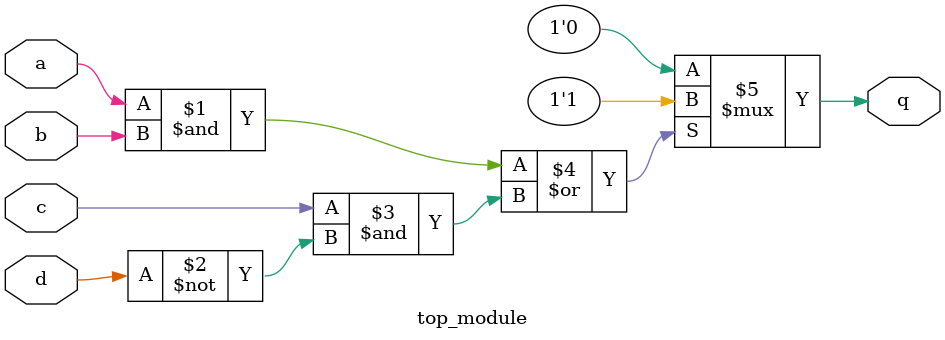
<source format=sv>
module top_module (
  input a,
  input b,
  input c,
  input d,
  output q
);

  assign q = ((a & b) | (c & ~d)) ? 1'b1 : 1'b0;

endmodule

</source>
